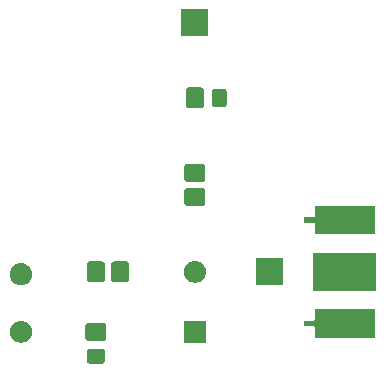
<source format=gbr>
G04 #@! TF.GenerationSoftware,KiCad,Pcbnew,(5.1.5)-3*
G04 #@! TF.CreationDate,2020-02-13T19:53:59-08:00*
G04 #@! TF.ProjectId,Clock_Test,436c6f63-6b5f-4546-9573-742e6b696361,rev?*
G04 #@! TF.SameCoordinates,Original*
G04 #@! TF.FileFunction,Soldermask,Top*
G04 #@! TF.FilePolarity,Negative*
%FSLAX46Y46*%
G04 Gerber Fmt 4.6, Leading zero omitted, Abs format (unit mm)*
G04 Created by KiCad (PCBNEW (5.1.5)-3) date 2020-02-13 19:53:59*
%MOMM*%
%LPD*%
G04 APERTURE LIST*
%ADD10C,0.100000*%
G04 APERTURE END LIST*
D10*
G36*
X26759915Y-52727517D02*
G01*
X26798011Y-52739074D01*
X26833126Y-52757843D01*
X26863901Y-52783099D01*
X26889157Y-52813874D01*
X26907926Y-52848989D01*
X26919483Y-52887085D01*
X26924000Y-52932951D01*
X26924000Y-53783049D01*
X26919483Y-53828915D01*
X26907926Y-53867011D01*
X26889157Y-53902126D01*
X26863901Y-53932901D01*
X26833126Y-53958157D01*
X26798011Y-53976926D01*
X26759915Y-53988483D01*
X26714049Y-53993000D01*
X25609951Y-53993000D01*
X25564085Y-53988483D01*
X25525989Y-53976926D01*
X25490874Y-53958157D01*
X25460099Y-53932901D01*
X25434843Y-53902126D01*
X25416074Y-53867011D01*
X25404517Y-53828915D01*
X25400000Y-53783049D01*
X25400000Y-52932951D01*
X25404517Y-52887085D01*
X25416074Y-52848989D01*
X25434843Y-52813874D01*
X25460099Y-52783099D01*
X25490874Y-52757843D01*
X25525989Y-52739074D01*
X25564085Y-52727517D01*
X25609951Y-52723000D01*
X26714049Y-52723000D01*
X26759915Y-52727517D01*
G37*
G36*
X35483800Y-52247800D02*
G01*
X33604200Y-52247800D01*
X33604200Y-50368200D01*
X35483800Y-50368200D01*
X35483800Y-52247800D01*
G37*
G36*
X20086128Y-50404315D02*
G01*
X20171645Y-50439738D01*
X20257162Y-50475160D01*
X20257163Y-50475161D01*
X20411088Y-50578010D01*
X20541990Y-50708912D01*
X20572420Y-50754454D01*
X20644840Y-50862838D01*
X20676894Y-50940223D01*
X20715685Y-51033872D01*
X20751800Y-51215438D01*
X20751800Y-51400562D01*
X20715685Y-51582128D01*
X20680262Y-51667646D01*
X20644840Y-51753162D01*
X20644839Y-51753163D01*
X20541990Y-51907088D01*
X20411088Y-52037990D01*
X20363181Y-52070000D01*
X20257162Y-52140840D01*
X20171645Y-52176262D01*
X20086128Y-52211685D01*
X19904562Y-52247800D01*
X19719438Y-52247800D01*
X19537872Y-52211685D01*
X19452355Y-52176262D01*
X19366838Y-52140840D01*
X19260819Y-52070000D01*
X19212912Y-52037990D01*
X19082010Y-51907088D01*
X18979161Y-51753163D01*
X18979160Y-51753162D01*
X18943738Y-51667646D01*
X18908315Y-51582128D01*
X18872200Y-51400562D01*
X18872200Y-51215438D01*
X18908315Y-51033872D01*
X18947106Y-50940223D01*
X18979160Y-50862838D01*
X19051580Y-50754454D01*
X19082010Y-50708912D01*
X19212912Y-50578010D01*
X19366837Y-50475161D01*
X19366838Y-50475160D01*
X19452354Y-50439738D01*
X19537872Y-50404315D01*
X19719438Y-50368200D01*
X19904562Y-50368200D01*
X20086128Y-50404315D01*
G37*
G36*
X26842546Y-50551576D02*
G01*
X26890989Y-50566270D01*
X26935625Y-50590129D01*
X26974756Y-50622244D01*
X27006871Y-50661375D01*
X27030730Y-50706011D01*
X27045424Y-50754454D01*
X27051000Y-50811062D01*
X27051000Y-51804938D01*
X27045424Y-51861546D01*
X27030730Y-51909989D01*
X27006871Y-51954625D01*
X26974756Y-51993756D01*
X26935625Y-52025871D01*
X26890989Y-52049730D01*
X26842546Y-52064424D01*
X26785938Y-52070000D01*
X25538062Y-52070000D01*
X25481454Y-52064424D01*
X25433011Y-52049730D01*
X25388375Y-52025871D01*
X25349244Y-51993756D01*
X25317129Y-51954625D01*
X25293270Y-51909989D01*
X25278576Y-51861546D01*
X25273000Y-51804938D01*
X25273000Y-50811062D01*
X25278576Y-50754454D01*
X25293270Y-50706011D01*
X25317129Y-50661375D01*
X25349244Y-50622244D01*
X25388375Y-50590129D01*
X25433011Y-50566270D01*
X25481454Y-50551576D01*
X25538062Y-50546000D01*
X26785938Y-50546000D01*
X26842546Y-50551576D01*
G37*
G36*
X49784000Y-51818000D02*
G01*
X44704000Y-51818000D01*
X44704000Y-50964999D01*
X44701560Y-50940223D01*
X44694333Y-50916399D01*
X44682597Y-50894442D01*
X44666803Y-50875197D01*
X44647558Y-50859403D01*
X44625601Y-50847667D01*
X44601777Y-50840440D01*
X44577001Y-50838000D01*
X43779000Y-50838000D01*
X43779000Y-50378000D01*
X44577001Y-50378000D01*
X44601777Y-50375560D01*
X44625601Y-50368333D01*
X44647558Y-50356597D01*
X44666803Y-50340803D01*
X44682597Y-50321558D01*
X44694333Y-50299601D01*
X44701560Y-50275777D01*
X44704000Y-50251001D01*
X44704000Y-49398000D01*
X49784000Y-49398000D01*
X49784000Y-51818000D01*
G37*
G36*
X49911000Y-47840900D02*
G01*
X44577000Y-47840900D01*
X44577000Y-44615100D01*
X49911000Y-44615100D01*
X49911000Y-47840900D01*
G37*
G36*
X42037000Y-47371000D02*
G01*
X39751000Y-47371000D01*
X39751000Y-45085000D01*
X42037000Y-45085000D01*
X42037000Y-47371000D01*
G37*
G36*
X20086128Y-45524315D02*
G01*
X20171646Y-45559738D01*
X20257162Y-45595160D01*
X20272173Y-45605190D01*
X20411088Y-45698010D01*
X20541990Y-45828912D01*
X20610712Y-45931762D01*
X20644840Y-45982838D01*
X20680262Y-46068354D01*
X20715685Y-46153872D01*
X20751800Y-46335438D01*
X20751800Y-46520562D01*
X20715685Y-46702128D01*
X20680823Y-46786292D01*
X20644840Y-46873162D01*
X20610712Y-46924238D01*
X20541990Y-47027088D01*
X20411088Y-47157990D01*
X20308238Y-47226712D01*
X20257162Y-47260840D01*
X20171646Y-47296262D01*
X20086128Y-47331685D01*
X19904562Y-47367800D01*
X19719438Y-47367800D01*
X19537872Y-47331685D01*
X19452354Y-47296262D01*
X19366838Y-47260840D01*
X19315762Y-47226712D01*
X19212912Y-47157990D01*
X19082010Y-47027088D01*
X19013288Y-46924238D01*
X18979160Y-46873162D01*
X18943177Y-46786292D01*
X18908315Y-46702128D01*
X18872200Y-46520562D01*
X18872200Y-46335438D01*
X18908315Y-46153872D01*
X18943738Y-46068355D01*
X18979160Y-45982838D01*
X19013288Y-45931762D01*
X19082010Y-45828912D01*
X19212912Y-45698010D01*
X19351827Y-45605190D01*
X19366838Y-45595160D01*
X19452354Y-45559738D01*
X19537872Y-45524315D01*
X19719438Y-45488200D01*
X19904562Y-45488200D01*
X20086128Y-45524315D01*
G37*
G36*
X34818128Y-45324315D02*
G01*
X34902516Y-45359270D01*
X34989162Y-45395160D01*
X35040238Y-45429288D01*
X35143088Y-45498010D01*
X35273990Y-45628912D01*
X35342712Y-45731762D01*
X35376840Y-45782838D01*
X35395924Y-45828912D01*
X35447685Y-45953872D01*
X35483800Y-46135438D01*
X35483800Y-46320562D01*
X35447685Y-46502128D01*
X35440049Y-46520562D01*
X35376840Y-46673162D01*
X35376839Y-46673163D01*
X35273990Y-46827088D01*
X35143088Y-46957990D01*
X35040238Y-47026712D01*
X34989162Y-47060840D01*
X34914355Y-47091826D01*
X34818128Y-47131685D01*
X34636562Y-47167800D01*
X34451438Y-47167800D01*
X34269872Y-47131685D01*
X34173645Y-47091826D01*
X34098838Y-47060840D01*
X34047762Y-47026712D01*
X33944912Y-46957990D01*
X33814010Y-46827088D01*
X33711161Y-46673163D01*
X33711160Y-46673162D01*
X33647951Y-46520562D01*
X33640315Y-46502128D01*
X33604200Y-46320562D01*
X33604200Y-46135438D01*
X33640315Y-45953872D01*
X33692076Y-45828912D01*
X33711160Y-45782838D01*
X33745288Y-45731762D01*
X33814010Y-45628912D01*
X33944912Y-45498010D01*
X34047762Y-45429288D01*
X34098838Y-45395160D01*
X34185484Y-45359270D01*
X34269872Y-45324315D01*
X34451438Y-45288200D01*
X34636562Y-45288200D01*
X34818128Y-45324315D01*
G37*
G36*
X28765546Y-45344576D02*
G01*
X28813989Y-45359270D01*
X28858625Y-45383129D01*
X28897756Y-45415244D01*
X28929871Y-45454375D01*
X28953730Y-45499011D01*
X28968424Y-45547454D01*
X28974000Y-45604062D01*
X28974000Y-46851938D01*
X28968424Y-46908546D01*
X28953730Y-46956989D01*
X28929871Y-47001625D01*
X28897756Y-47040756D01*
X28858625Y-47072871D01*
X28813989Y-47096730D01*
X28765546Y-47111424D01*
X28708938Y-47117000D01*
X27715062Y-47117000D01*
X27658454Y-47111424D01*
X27610011Y-47096730D01*
X27565375Y-47072871D01*
X27526244Y-47040756D01*
X27494129Y-47001625D01*
X27470270Y-46956989D01*
X27455576Y-46908546D01*
X27450000Y-46851938D01*
X27450000Y-45604062D01*
X27455576Y-45547454D01*
X27470270Y-45499011D01*
X27494129Y-45454375D01*
X27526244Y-45415244D01*
X27565375Y-45383129D01*
X27610011Y-45359270D01*
X27658454Y-45344576D01*
X27715062Y-45339000D01*
X28708938Y-45339000D01*
X28765546Y-45344576D01*
G37*
G36*
X26715546Y-45344576D02*
G01*
X26763989Y-45359270D01*
X26808625Y-45383129D01*
X26847756Y-45415244D01*
X26879871Y-45454375D01*
X26903730Y-45499011D01*
X26918424Y-45547454D01*
X26924000Y-45604062D01*
X26924000Y-46851938D01*
X26918424Y-46908546D01*
X26903730Y-46956989D01*
X26879871Y-47001625D01*
X26847756Y-47040756D01*
X26808625Y-47072871D01*
X26763989Y-47096730D01*
X26715546Y-47111424D01*
X26658938Y-47117000D01*
X25665062Y-47117000D01*
X25608454Y-47111424D01*
X25560011Y-47096730D01*
X25515375Y-47072871D01*
X25476244Y-47040756D01*
X25444129Y-47001625D01*
X25420270Y-46956989D01*
X25405576Y-46908546D01*
X25400000Y-46851938D01*
X25400000Y-45604062D01*
X25405576Y-45547454D01*
X25420270Y-45499011D01*
X25444129Y-45454375D01*
X25476244Y-45415244D01*
X25515375Y-45383129D01*
X25560011Y-45359270D01*
X25608454Y-45344576D01*
X25665062Y-45339000D01*
X26658938Y-45339000D01*
X26715546Y-45344576D01*
G37*
G36*
X49784000Y-43058000D02*
G01*
X44704000Y-43058000D01*
X44704000Y-42204999D01*
X44701560Y-42180223D01*
X44694333Y-42156399D01*
X44682597Y-42134442D01*
X44666803Y-42115197D01*
X44647558Y-42099403D01*
X44625601Y-42087667D01*
X44601777Y-42080440D01*
X44577001Y-42078000D01*
X43779000Y-42078000D01*
X43779000Y-41618000D01*
X44577001Y-41618000D01*
X44601777Y-41615560D01*
X44625601Y-41608333D01*
X44647558Y-41596597D01*
X44666803Y-41580803D01*
X44682597Y-41561558D01*
X44694333Y-41539601D01*
X44701560Y-41515777D01*
X44704000Y-41491001D01*
X44704000Y-40638000D01*
X49784000Y-40638000D01*
X49784000Y-43058000D01*
G37*
G36*
X35224546Y-39121576D02*
G01*
X35272989Y-39136270D01*
X35317625Y-39160129D01*
X35356756Y-39192244D01*
X35388871Y-39231375D01*
X35412730Y-39276011D01*
X35427424Y-39324454D01*
X35433000Y-39381062D01*
X35433000Y-40374938D01*
X35427424Y-40431546D01*
X35412730Y-40479989D01*
X35388871Y-40524625D01*
X35356756Y-40563756D01*
X35317625Y-40595871D01*
X35272989Y-40619730D01*
X35224546Y-40634424D01*
X35167938Y-40640000D01*
X33920062Y-40640000D01*
X33863454Y-40634424D01*
X33815011Y-40619730D01*
X33770375Y-40595871D01*
X33731244Y-40563756D01*
X33699129Y-40524625D01*
X33675270Y-40479989D01*
X33660576Y-40431546D01*
X33655000Y-40374938D01*
X33655000Y-39381062D01*
X33660576Y-39324454D01*
X33675270Y-39276011D01*
X33699129Y-39231375D01*
X33731244Y-39192244D01*
X33770375Y-39160129D01*
X33815011Y-39136270D01*
X33863454Y-39121576D01*
X33920062Y-39116000D01*
X35167938Y-39116000D01*
X35224546Y-39121576D01*
G37*
G36*
X35224546Y-37071576D02*
G01*
X35272989Y-37086270D01*
X35317625Y-37110129D01*
X35356756Y-37142244D01*
X35388871Y-37181375D01*
X35412730Y-37226011D01*
X35427424Y-37274454D01*
X35433000Y-37331062D01*
X35433000Y-38324938D01*
X35427424Y-38381546D01*
X35412730Y-38429989D01*
X35388871Y-38474625D01*
X35356756Y-38513756D01*
X35317625Y-38545871D01*
X35272989Y-38569730D01*
X35224546Y-38584424D01*
X35167938Y-38590000D01*
X33920062Y-38590000D01*
X33863454Y-38584424D01*
X33815011Y-38569730D01*
X33770375Y-38545871D01*
X33731244Y-38513756D01*
X33699129Y-38474625D01*
X33675270Y-38429989D01*
X33660576Y-38381546D01*
X33655000Y-38324938D01*
X33655000Y-37331062D01*
X33660576Y-37274454D01*
X33675270Y-37226011D01*
X33699129Y-37181375D01*
X33731244Y-37142244D01*
X33770375Y-37110129D01*
X33815011Y-37086270D01*
X33863454Y-37071576D01*
X33920062Y-37066000D01*
X35167938Y-37066000D01*
X35224546Y-37071576D01*
G37*
G36*
X35097546Y-30612576D02*
G01*
X35145989Y-30627270D01*
X35190625Y-30651129D01*
X35229756Y-30683244D01*
X35261871Y-30722375D01*
X35285730Y-30767011D01*
X35300424Y-30815454D01*
X35306000Y-30872062D01*
X35306000Y-32119938D01*
X35300424Y-32176546D01*
X35285730Y-32224989D01*
X35261871Y-32269625D01*
X35229756Y-32308756D01*
X35190625Y-32340871D01*
X35145989Y-32364730D01*
X35097546Y-32379424D01*
X35040938Y-32385000D01*
X34047062Y-32385000D01*
X33990454Y-32379424D01*
X33942011Y-32364730D01*
X33897375Y-32340871D01*
X33858244Y-32308756D01*
X33826129Y-32269625D01*
X33802270Y-32224989D01*
X33787576Y-32176546D01*
X33782000Y-32119938D01*
X33782000Y-30872062D01*
X33787576Y-30815454D01*
X33802270Y-30767011D01*
X33826129Y-30722375D01*
X33858244Y-30683244D01*
X33897375Y-30651129D01*
X33942011Y-30627270D01*
X33990454Y-30612576D01*
X34047062Y-30607000D01*
X35040938Y-30607000D01*
X35097546Y-30612576D01*
G37*
G36*
X37064915Y-30738517D02*
G01*
X37103011Y-30750074D01*
X37138126Y-30768843D01*
X37168901Y-30794099D01*
X37194157Y-30824874D01*
X37212926Y-30859989D01*
X37224483Y-30898085D01*
X37229000Y-30943951D01*
X37229000Y-32048049D01*
X37224483Y-32093915D01*
X37212926Y-32132011D01*
X37194157Y-32167126D01*
X37168901Y-32197901D01*
X37138126Y-32223157D01*
X37103011Y-32241926D01*
X37064915Y-32253483D01*
X37019049Y-32258000D01*
X36168951Y-32258000D01*
X36123085Y-32253483D01*
X36084989Y-32241926D01*
X36049874Y-32223157D01*
X36019099Y-32197901D01*
X35993843Y-32167126D01*
X35975074Y-32132011D01*
X35963517Y-32093915D01*
X35959000Y-32048049D01*
X35959000Y-30943951D01*
X35963517Y-30898085D01*
X35975074Y-30859989D01*
X35993843Y-30824874D01*
X36019099Y-30794099D01*
X36049874Y-30768843D01*
X36084989Y-30750074D01*
X36123085Y-30738517D01*
X36168951Y-30734000D01*
X37019049Y-30734000D01*
X37064915Y-30738517D01*
G37*
G36*
X35687000Y-26289000D02*
G01*
X33401000Y-26289000D01*
X33401000Y-24003000D01*
X35687000Y-24003000D01*
X35687000Y-26289000D01*
G37*
M02*

</source>
